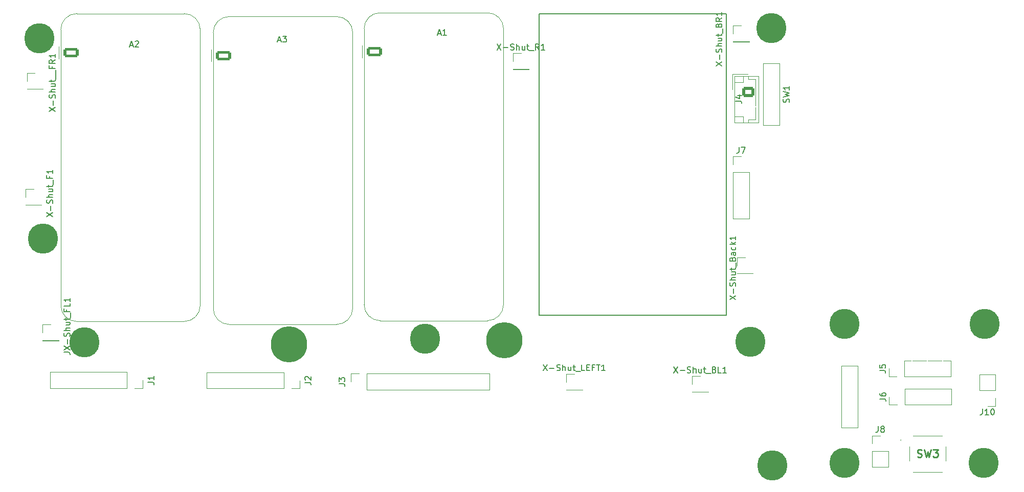
<source format=gtl>
G04 #@! TF.GenerationSoftware,KiCad,Pcbnew,9.0.0*
G04 #@! TF.CreationDate,2025-04-18T00:11:51+02:00*
G04 #@! TF.ProjectId,Omni-X-II-PCB,4f6d6e69-2d58-42d4-9949-2d5043422e6b,rev?*
G04 #@! TF.SameCoordinates,Original*
G04 #@! TF.FileFunction,Copper,L1,Top*
G04 #@! TF.FilePolarity,Positive*
%FSLAX46Y46*%
G04 Gerber Fmt 4.6, Leading zero omitted, Abs format (unit mm)*
G04 Created by KiCad (PCBNEW 9.0.0) date 2025-04-18 00:11:51*
%MOMM*%
%LPD*%
G01*
G04 APERTURE LIST*
G04 Aperture macros list*
%AMRoundRect*
0 Rectangle with rounded corners*
0 $1 Rounding radius*
0 $2 $3 $4 $5 $6 $7 $8 $9 X,Y pos of 4 corners*
0 Add a 4 corners polygon primitive as box body*
4,1,4,$2,$3,$4,$5,$6,$7,$8,$9,$2,$3,0*
0 Add four circle primitives for the rounded corners*
1,1,$1+$1,$2,$3*
1,1,$1+$1,$4,$5*
1,1,$1+$1,$6,$7*
1,1,$1+$1,$8,$9*
0 Add four rect primitives between the rounded corners*
20,1,$1+$1,$2,$3,$4,$5,0*
20,1,$1+$1,$4,$5,$6,$7,0*
20,1,$1+$1,$6,$7,$8,$9,0*
20,1,$1+$1,$8,$9,$2,$3,0*%
G04 Aperture macros list end*
G04 #@! TA.AperFunction,ComponentPad*
%ADD10R,1.700000X1.700000*%
G04 #@! TD*
G04 #@! TA.AperFunction,ComponentPad*
%ADD11O,1.500000X2.500000*%
G04 #@! TD*
G04 #@! TA.AperFunction,ComponentPad*
%ADD12O,1.700000X1.700000*%
G04 #@! TD*
G04 #@! TA.AperFunction,ComponentPad*
%ADD13RoundRect,0.250000X-0.750000X0.600000X-0.750000X-0.600000X0.750000X-0.600000X0.750000X0.600000X0*%
G04 #@! TD*
G04 #@! TA.AperFunction,ComponentPad*
%ADD14O,2.500000X1.500000*%
G04 #@! TD*
G04 #@! TA.AperFunction,ComponentPad*
%ADD15RoundRect,0.250000X-1.050000X-0.550000X1.050000X-0.550000X1.050000X0.550000X-1.050000X0.550000X0*%
G04 #@! TD*
G04 #@! TA.AperFunction,ComponentPad*
%ADD16O,2.600000X1.600000*%
G04 #@! TD*
G04 #@! TA.AperFunction,ComponentPad*
%ADD17C,2.000000*%
G04 #@! TD*
G04 #@! TA.AperFunction,ComponentPad*
%ADD18R,1.500000X1.500000*%
G04 #@! TD*
G04 #@! TA.AperFunction,ComponentPad*
%ADD19C,1.600000*%
G04 #@! TD*
G04 #@! TA.AperFunction,ViaPad*
%ADD20C,5.000000*%
G04 #@! TD*
G04 #@! TA.AperFunction,ViaPad*
%ADD21C,6.000000*%
G04 #@! TD*
%ADD22R,1.700000X1.700000*%
%ADD23O,1.500000X2.500000*%
%ADD24O,1.700000X1.700000*%
%ADD25RoundRect,0.250000X-0.750000X0.600000X-0.750000X-0.600000X0.750000X-0.600000X0.750000X0.600000X0*%
%ADD26O,2.500000X1.500000*%
%ADD27RoundRect,0.250000X-1.050000X-0.550000X1.050000X-0.550000X1.050000X0.550000X-1.050000X0.550000X0*%
%ADD28O,2.600000X1.600000*%
%ADD29C,2.000000*%
%ADD30R,1.500000X1.500000*%
%ADD31C,1.600000*%
%ADD32C,0.200000*%
%ADD33C,0.150000*%
%ADD34C,0.254000*%
%ADD35C,0.120000*%
%ADD36C,0.100000*%
G04 APERTURE END LIST*
D10*
X73680000Y-62140000D03*
X116140000Y-111750000D03*
D11*
X113600000Y-111750000D03*
X111060000Y-111750000D03*
X108520000Y-111750000D03*
D12*
X105980000Y-111750000D03*
X103440000Y-111750000D03*
D13*
X191750000Y-63900000D03*
D14*
X191750000Y-66400000D03*
D10*
X90180000Y-111700000D03*
D11*
X87640000Y-111700000D03*
X85100000Y-111700000D03*
X82560000Y-111700000D03*
D12*
X80020000Y-111700000D03*
X77480000Y-111700000D03*
D10*
X73440000Y-81360000D03*
X127310000Y-111960000D03*
D12*
X129850000Y-111960000D03*
D11*
X132390000Y-111960000D03*
X134930000Y-111960000D03*
X137470000Y-111960000D03*
D12*
X140010000Y-111960000D03*
X142550000Y-111960000D03*
X145090000Y-111960000D03*
X147630000Y-111960000D03*
D10*
X183800000Y-112350000D03*
D15*
X129840000Y-57270000D03*
D16*
X129840000Y-59810000D03*
X129840000Y-62350000D03*
X129840000Y-64890000D03*
X129840000Y-67430000D03*
X129840000Y-69970000D03*
X129840000Y-72510000D03*
X129840000Y-75050000D03*
X129840000Y-77590000D03*
X129840000Y-80130000D03*
X129840000Y-82670000D03*
X129840000Y-85210000D03*
X129840000Y-87750000D03*
X129840000Y-90290000D03*
X129840000Y-92830000D03*
X129840000Y-95370000D03*
X149560000Y-95370000D03*
X149560000Y-92830000D03*
X149560000Y-90290000D03*
X149560000Y-87750000D03*
X149560000Y-85210000D03*
X149560000Y-82670000D03*
X149560000Y-80130000D03*
X149560000Y-77590000D03*
X149560000Y-75050000D03*
X149560000Y-72510000D03*
X149560000Y-69970000D03*
X149560000Y-67430000D03*
D10*
X154130000Y-58850000D03*
X190560000Y-75970000D03*
D14*
X190560000Y-78510000D03*
X190560000Y-81050000D03*
X190560000Y-83590000D03*
D15*
X79640000Y-57410000D03*
D16*
X79640000Y-59950000D03*
X79640000Y-62490000D03*
X79640000Y-65030000D03*
X79640000Y-67570000D03*
X79640000Y-70110000D03*
X79640000Y-72650000D03*
X79640000Y-75190000D03*
X79640000Y-77730000D03*
X79640000Y-80270000D03*
X79640000Y-82810000D03*
X79640000Y-85350000D03*
X79640000Y-87890000D03*
X79640000Y-90430000D03*
X79640000Y-92970000D03*
X79640000Y-95510000D03*
X99360000Y-95510000D03*
X99360000Y-92970000D03*
X99360000Y-90430000D03*
X99360000Y-87890000D03*
X99360000Y-85350000D03*
X99360000Y-82810000D03*
X99360000Y-80270000D03*
X99360000Y-77730000D03*
X99360000Y-75190000D03*
X99360000Y-72650000D03*
X99360000Y-70110000D03*
X99360000Y-67570000D03*
D17*
X218190000Y-121640000D03*
X224690000Y-121640000D03*
X218190000Y-126140000D03*
X224690000Y-126140000D03*
D10*
X191220000Y-92700000D03*
X216395000Y-114450000D03*
D11*
X218935000Y-114450000D03*
X221475000Y-114450000D03*
X224015000Y-114450000D03*
D10*
X231345000Y-114660000D03*
D14*
X231345000Y-112120000D03*
D10*
X76290000Y-103830000D03*
D18*
X195550000Y-64320000D03*
D19*
X195550000Y-61780000D03*
D14*
X195550000Y-66860000D03*
D18*
X208495000Y-114430000D03*
D19*
X208495000Y-116970000D03*
D14*
X208495000Y-111890000D03*
D10*
X190590000Y-54270000D03*
X162960000Y-111990000D03*
D15*
X104870000Y-57900000D03*
D16*
X104870000Y-60440000D03*
X104870000Y-62980000D03*
X104870000Y-65520000D03*
X104870000Y-68060000D03*
X104870000Y-70600000D03*
X104870000Y-73140000D03*
X104870000Y-75680000D03*
X104870000Y-78220000D03*
X104870000Y-80760000D03*
X104870000Y-83300000D03*
X104870000Y-85840000D03*
X104870000Y-88380000D03*
X104870000Y-90920000D03*
X104870000Y-93460000D03*
X104870000Y-96000000D03*
X124590000Y-96000000D03*
X124590000Y-93460000D03*
X124590000Y-90920000D03*
X124590000Y-88380000D03*
X124590000Y-85840000D03*
X124590000Y-83300000D03*
X124590000Y-80760000D03*
X124590000Y-78220000D03*
X124590000Y-75680000D03*
X124590000Y-73140000D03*
X124590000Y-70600000D03*
X124590000Y-68060000D03*
D10*
X216355000Y-109780000D03*
D11*
X218895000Y-109780000D03*
X221435000Y-109780000D03*
X223975000Y-109780000D03*
D10*
X213595000Y-122210000D03*
D14*
X213595000Y-124750000D03*
D20*
X192130000Y-105330000D03*
X207665000Y-125430000D03*
D21*
X115750000Y-105730000D03*
D20*
X195700000Y-125790000D03*
X230845000Y-102390000D03*
X74430000Y-55010000D03*
X74990000Y-88250000D03*
X138230000Y-104820000D03*
X81880000Y-105390000D03*
X207665000Y-102390000D03*
X230715000Y-125430000D03*
X195600000Y-53370000D03*
D21*
X151400000Y-105100000D03*
%LPC*%
D22*
X73680000Y-62140000D03*
X116140000Y-111750000D03*
D23*
X113600000Y-111750000D03*
X111060000Y-111750000D03*
X108520000Y-111750000D03*
D24*
X105980000Y-111750000D03*
X103440000Y-111750000D03*
D25*
X191750000Y-63900000D03*
D26*
X191750000Y-66400000D03*
D22*
X90180000Y-111700000D03*
D23*
X87640000Y-111700000D03*
X85100000Y-111700000D03*
X82560000Y-111700000D03*
D24*
X80020000Y-111700000D03*
X77480000Y-111700000D03*
D22*
X73440000Y-81360000D03*
X127310000Y-111960000D03*
D24*
X129850000Y-111960000D03*
D23*
X132390000Y-111960000D03*
X134930000Y-111960000D03*
X137470000Y-111960000D03*
D24*
X140010000Y-111960000D03*
X142550000Y-111960000D03*
X145090000Y-111960000D03*
X147630000Y-111960000D03*
D22*
X183800000Y-112350000D03*
D27*
X129840000Y-57270000D03*
D28*
X129840000Y-59810000D03*
X129840000Y-62350000D03*
X129840000Y-64890000D03*
X129840000Y-67430000D03*
X129840000Y-69970000D03*
X129840000Y-72510000D03*
X129840000Y-75050000D03*
X129840000Y-77590000D03*
X129840000Y-80130000D03*
X129840000Y-82670000D03*
X129840000Y-85210000D03*
X129840000Y-87750000D03*
X129840000Y-90290000D03*
X129840000Y-92830000D03*
X129840000Y-95370000D03*
X149560000Y-95370000D03*
X149560000Y-92830000D03*
X149560000Y-90290000D03*
X149560000Y-87750000D03*
X149560000Y-85210000D03*
X149560000Y-82670000D03*
X149560000Y-80130000D03*
X149560000Y-77590000D03*
X149560000Y-75050000D03*
X149560000Y-72510000D03*
X149560000Y-69970000D03*
X149560000Y-67430000D03*
D22*
X154130000Y-58850000D03*
X190560000Y-75970000D03*
D26*
X190560000Y-78510000D03*
X190560000Y-81050000D03*
X190560000Y-83590000D03*
D27*
X79640000Y-57410000D03*
D28*
X79640000Y-59950000D03*
X79640000Y-62490000D03*
X79640000Y-65030000D03*
X79640000Y-67570000D03*
X79640000Y-70110000D03*
X79640000Y-72650000D03*
X79640000Y-75190000D03*
X79640000Y-77730000D03*
X79640000Y-80270000D03*
X79640000Y-82810000D03*
X79640000Y-85350000D03*
X79640000Y-87890000D03*
X79640000Y-90430000D03*
X79640000Y-92970000D03*
X79640000Y-95510000D03*
X99360000Y-95510000D03*
X99360000Y-92970000D03*
X99360000Y-90430000D03*
X99360000Y-87890000D03*
X99360000Y-85350000D03*
X99360000Y-82810000D03*
X99360000Y-80270000D03*
X99360000Y-77730000D03*
X99360000Y-75190000D03*
X99360000Y-72650000D03*
X99360000Y-70110000D03*
X99360000Y-67570000D03*
D29*
X218190000Y-121640000D03*
X224690000Y-121640000D03*
X218190000Y-126140000D03*
X224690000Y-126140000D03*
D22*
X191220000Y-92700000D03*
X216395000Y-114450000D03*
D23*
X218935000Y-114450000D03*
X221475000Y-114450000D03*
X224015000Y-114450000D03*
D22*
X231345000Y-114660000D03*
D26*
X231345000Y-112120000D03*
D22*
X76290000Y-103830000D03*
D30*
X195550000Y-64320000D03*
D31*
X195550000Y-61780000D03*
D26*
X195550000Y-66860000D03*
D30*
X208495000Y-114430000D03*
D31*
X208495000Y-116970000D03*
D26*
X208495000Y-111890000D03*
D22*
X190590000Y-54270000D03*
X162960000Y-111990000D03*
D27*
X104870000Y-57900000D03*
D28*
X104870000Y-60440000D03*
X104870000Y-62980000D03*
X104870000Y-65520000D03*
X104870000Y-68060000D03*
X104870000Y-70600000D03*
X104870000Y-73140000D03*
X104870000Y-75680000D03*
X104870000Y-78220000D03*
X104870000Y-80760000D03*
X104870000Y-83300000D03*
X104870000Y-85840000D03*
X104870000Y-88380000D03*
X104870000Y-90920000D03*
X104870000Y-93460000D03*
X104870000Y-96000000D03*
X124590000Y-96000000D03*
X124590000Y-93460000D03*
X124590000Y-90920000D03*
X124590000Y-88380000D03*
X124590000Y-85840000D03*
X124590000Y-83300000D03*
X124590000Y-80760000D03*
X124590000Y-78220000D03*
X124590000Y-75680000D03*
X124590000Y-73140000D03*
X124590000Y-70600000D03*
X124590000Y-68060000D03*
D22*
X216355000Y-109780000D03*
D23*
X218895000Y-109780000D03*
X221435000Y-109780000D03*
X223975000Y-109780000D03*
D22*
X213595000Y-122210000D03*
D26*
X213595000Y-124750000D03*
%LPD*%
D32*
X157150000Y-50970000D02*
X188150000Y-50970000D01*
X188150000Y-100970000D01*
X157150000Y-100970000D01*
X157150000Y-50970000D01*
D33*
X76044819Y-67175714D02*
X77044819Y-66509048D01*
X76044819Y-66509048D02*
X77044819Y-67175714D01*
X76663866Y-66128095D02*
X76663866Y-65366191D01*
X76997200Y-64937619D02*
X77044819Y-64794762D01*
X77044819Y-64794762D02*
X77044819Y-64556667D01*
X77044819Y-64556667D02*
X76997200Y-64461429D01*
X76997200Y-64461429D02*
X76949580Y-64413810D01*
X76949580Y-64413810D02*
X76854342Y-64366191D01*
X76854342Y-64366191D02*
X76759104Y-64366191D01*
X76759104Y-64366191D02*
X76663866Y-64413810D01*
X76663866Y-64413810D02*
X76616247Y-64461429D01*
X76616247Y-64461429D02*
X76568628Y-64556667D01*
X76568628Y-64556667D02*
X76521009Y-64747143D01*
X76521009Y-64747143D02*
X76473390Y-64842381D01*
X76473390Y-64842381D02*
X76425771Y-64890000D01*
X76425771Y-64890000D02*
X76330533Y-64937619D01*
X76330533Y-64937619D02*
X76235295Y-64937619D01*
X76235295Y-64937619D02*
X76140057Y-64890000D01*
X76140057Y-64890000D02*
X76092438Y-64842381D01*
X76092438Y-64842381D02*
X76044819Y-64747143D01*
X76044819Y-64747143D02*
X76044819Y-64509048D01*
X76044819Y-64509048D02*
X76092438Y-64366191D01*
X77044819Y-63937619D02*
X76044819Y-63937619D01*
X77044819Y-63509048D02*
X76521009Y-63509048D01*
X76521009Y-63509048D02*
X76425771Y-63556667D01*
X76425771Y-63556667D02*
X76378152Y-63651905D01*
X76378152Y-63651905D02*
X76378152Y-63794762D01*
X76378152Y-63794762D02*
X76425771Y-63890000D01*
X76425771Y-63890000D02*
X76473390Y-63937619D01*
X76378152Y-62604286D02*
X77044819Y-62604286D01*
X76378152Y-63032857D02*
X76901961Y-63032857D01*
X76901961Y-63032857D02*
X76997200Y-62985238D01*
X76997200Y-62985238D02*
X77044819Y-62890000D01*
X77044819Y-62890000D02*
X77044819Y-62747143D01*
X77044819Y-62747143D02*
X76997200Y-62651905D01*
X76997200Y-62651905D02*
X76949580Y-62604286D01*
X76378152Y-62270952D02*
X76378152Y-61890000D01*
X76044819Y-62128095D02*
X76901961Y-62128095D01*
X76901961Y-62128095D02*
X76997200Y-62080476D01*
X76997200Y-62080476D02*
X77044819Y-61985238D01*
X77044819Y-61985238D02*
X77044819Y-61890000D01*
X77140057Y-61794762D02*
X77140057Y-61032857D01*
X77140057Y-61032857D02*
X77140057Y-60270952D01*
X76521009Y-59699523D02*
X76521009Y-60032856D01*
X77044819Y-60032856D02*
X76044819Y-60032856D01*
X76044819Y-60032856D02*
X76044819Y-59556666D01*
X77044819Y-58604285D02*
X76568628Y-58937618D01*
X77044819Y-59175713D02*
X76044819Y-59175713D01*
X76044819Y-59175713D02*
X76044819Y-58794761D01*
X76044819Y-58794761D02*
X76092438Y-58699523D01*
X76092438Y-58699523D02*
X76140057Y-58651904D01*
X76140057Y-58651904D02*
X76235295Y-58604285D01*
X76235295Y-58604285D02*
X76378152Y-58604285D01*
X76378152Y-58604285D02*
X76473390Y-58651904D01*
X76473390Y-58651904D02*
X76521009Y-58699523D01*
X76521009Y-58699523D02*
X76568628Y-58794761D01*
X76568628Y-58794761D02*
X76568628Y-59175713D01*
X77044819Y-57651904D02*
X77044819Y-58223332D01*
X77044819Y-57937618D02*
X76044819Y-57937618D01*
X76044819Y-57937618D02*
X76187676Y-58032856D01*
X76187676Y-58032856D02*
X76282914Y-58128094D01*
X76282914Y-58128094D02*
X76330533Y-58223332D01*
X118364819Y-112083333D02*
X119079104Y-112083333D01*
X119079104Y-112083333D02*
X119221961Y-112130952D01*
X119221961Y-112130952D02*
X119317200Y-112226190D01*
X119317200Y-112226190D02*
X119364819Y-112369047D01*
X119364819Y-112369047D02*
X119364819Y-112464285D01*
X118460057Y-111654761D02*
X118412438Y-111607142D01*
X118412438Y-111607142D02*
X118364819Y-111511904D01*
X118364819Y-111511904D02*
X118364819Y-111273809D01*
X118364819Y-111273809D02*
X118412438Y-111178571D01*
X118412438Y-111178571D02*
X118460057Y-111130952D01*
X118460057Y-111130952D02*
X118555295Y-111083333D01*
X118555295Y-111083333D02*
X118650533Y-111083333D01*
X118650533Y-111083333D02*
X118793390Y-111130952D01*
X118793390Y-111130952D02*
X119364819Y-111702380D01*
X119364819Y-111702380D02*
X119364819Y-111083333D01*
X189654819Y-65433333D02*
X190369104Y-65433333D01*
X190369104Y-65433333D02*
X190511961Y-65480952D01*
X190511961Y-65480952D02*
X190607200Y-65576190D01*
X190607200Y-65576190D02*
X190654819Y-65719047D01*
X190654819Y-65719047D02*
X190654819Y-65814285D01*
X189988152Y-64528571D02*
X190654819Y-64528571D01*
X189607200Y-64766666D02*
X190321485Y-65004761D01*
X190321485Y-65004761D02*
X190321485Y-64385714D01*
X92404819Y-112033333D02*
X93119104Y-112033333D01*
X93119104Y-112033333D02*
X93261961Y-112080952D01*
X93261961Y-112080952D02*
X93357200Y-112176190D01*
X93357200Y-112176190D02*
X93404819Y-112319047D01*
X93404819Y-112319047D02*
X93404819Y-112414285D01*
X93404819Y-111033333D02*
X93404819Y-111604761D01*
X93404819Y-111319047D02*
X92404819Y-111319047D01*
X92404819Y-111319047D02*
X92547676Y-111414285D01*
X92547676Y-111414285D02*
X92642914Y-111509523D01*
X92642914Y-111509523D02*
X92690533Y-111604761D01*
X75634819Y-84614761D02*
X76634819Y-83948095D01*
X75634819Y-83948095D02*
X76634819Y-84614761D01*
X76253866Y-83567142D02*
X76253866Y-82805238D01*
X76587200Y-82376666D02*
X76634819Y-82233809D01*
X76634819Y-82233809D02*
X76634819Y-81995714D01*
X76634819Y-81995714D02*
X76587200Y-81900476D01*
X76587200Y-81900476D02*
X76539580Y-81852857D01*
X76539580Y-81852857D02*
X76444342Y-81805238D01*
X76444342Y-81805238D02*
X76349104Y-81805238D01*
X76349104Y-81805238D02*
X76253866Y-81852857D01*
X76253866Y-81852857D02*
X76206247Y-81900476D01*
X76206247Y-81900476D02*
X76158628Y-81995714D01*
X76158628Y-81995714D02*
X76111009Y-82186190D01*
X76111009Y-82186190D02*
X76063390Y-82281428D01*
X76063390Y-82281428D02*
X76015771Y-82329047D01*
X76015771Y-82329047D02*
X75920533Y-82376666D01*
X75920533Y-82376666D02*
X75825295Y-82376666D01*
X75825295Y-82376666D02*
X75730057Y-82329047D01*
X75730057Y-82329047D02*
X75682438Y-82281428D01*
X75682438Y-82281428D02*
X75634819Y-82186190D01*
X75634819Y-82186190D02*
X75634819Y-81948095D01*
X75634819Y-81948095D02*
X75682438Y-81805238D01*
X76634819Y-81376666D02*
X75634819Y-81376666D01*
X76634819Y-80948095D02*
X76111009Y-80948095D01*
X76111009Y-80948095D02*
X76015771Y-80995714D01*
X76015771Y-80995714D02*
X75968152Y-81090952D01*
X75968152Y-81090952D02*
X75968152Y-81233809D01*
X75968152Y-81233809D02*
X76015771Y-81329047D01*
X76015771Y-81329047D02*
X76063390Y-81376666D01*
X75968152Y-80043333D02*
X76634819Y-80043333D01*
X75968152Y-80471904D02*
X76491961Y-80471904D01*
X76491961Y-80471904D02*
X76587200Y-80424285D01*
X76587200Y-80424285D02*
X76634819Y-80329047D01*
X76634819Y-80329047D02*
X76634819Y-80186190D01*
X76634819Y-80186190D02*
X76587200Y-80090952D01*
X76587200Y-80090952D02*
X76539580Y-80043333D01*
X75968152Y-79709999D02*
X75968152Y-79329047D01*
X75634819Y-79567142D02*
X76491961Y-79567142D01*
X76491961Y-79567142D02*
X76587200Y-79519523D01*
X76587200Y-79519523D02*
X76634819Y-79424285D01*
X76634819Y-79424285D02*
X76634819Y-79329047D01*
X76730057Y-79233809D02*
X76730057Y-78471904D01*
X76111009Y-77900475D02*
X76111009Y-78233808D01*
X76634819Y-78233808D02*
X75634819Y-78233808D01*
X75634819Y-78233808D02*
X75634819Y-77757618D01*
X76634819Y-76852856D02*
X76634819Y-77424284D01*
X76634819Y-77138570D02*
X75634819Y-77138570D01*
X75634819Y-77138570D02*
X75777676Y-77233808D01*
X75777676Y-77233808D02*
X75872914Y-77329046D01*
X75872914Y-77329046D02*
X75920533Y-77424284D01*
X123994819Y-112293333D02*
X124709104Y-112293333D01*
X124709104Y-112293333D02*
X124851961Y-112340952D01*
X124851961Y-112340952D02*
X124947200Y-112436190D01*
X124947200Y-112436190D02*
X124994819Y-112579047D01*
X124994819Y-112579047D02*
X124994819Y-112674285D01*
X123994819Y-111912380D02*
X123994819Y-111293333D01*
X123994819Y-111293333D02*
X124375771Y-111626666D01*
X124375771Y-111626666D02*
X124375771Y-111483809D01*
X124375771Y-111483809D02*
X124423390Y-111388571D01*
X124423390Y-111388571D02*
X124471009Y-111340952D01*
X124471009Y-111340952D02*
X124566247Y-111293333D01*
X124566247Y-111293333D02*
X124804342Y-111293333D01*
X124804342Y-111293333D02*
X124899580Y-111340952D01*
X124899580Y-111340952D02*
X124947200Y-111388571D01*
X124947200Y-111388571D02*
X124994819Y-111483809D01*
X124994819Y-111483809D02*
X124994819Y-111769523D01*
X124994819Y-111769523D02*
X124947200Y-111864761D01*
X124947200Y-111864761D02*
X124899580Y-111912380D01*
X179419047Y-109474819D02*
X180085713Y-110474819D01*
X180085713Y-109474819D02*
X179419047Y-110474819D01*
X180466666Y-110093866D02*
X181228571Y-110093866D01*
X181657142Y-110427200D02*
X181799999Y-110474819D01*
X181799999Y-110474819D02*
X182038094Y-110474819D01*
X182038094Y-110474819D02*
X182133332Y-110427200D01*
X182133332Y-110427200D02*
X182180951Y-110379580D01*
X182180951Y-110379580D02*
X182228570Y-110284342D01*
X182228570Y-110284342D02*
X182228570Y-110189104D01*
X182228570Y-110189104D02*
X182180951Y-110093866D01*
X182180951Y-110093866D02*
X182133332Y-110046247D01*
X182133332Y-110046247D02*
X182038094Y-109998628D01*
X182038094Y-109998628D02*
X181847618Y-109951009D01*
X181847618Y-109951009D02*
X181752380Y-109903390D01*
X181752380Y-109903390D02*
X181704761Y-109855771D01*
X181704761Y-109855771D02*
X181657142Y-109760533D01*
X181657142Y-109760533D02*
X181657142Y-109665295D01*
X181657142Y-109665295D02*
X181704761Y-109570057D01*
X181704761Y-109570057D02*
X181752380Y-109522438D01*
X181752380Y-109522438D02*
X181847618Y-109474819D01*
X181847618Y-109474819D02*
X182085713Y-109474819D01*
X182085713Y-109474819D02*
X182228570Y-109522438D01*
X182657142Y-110474819D02*
X182657142Y-109474819D01*
X183085713Y-110474819D02*
X183085713Y-109951009D01*
X183085713Y-109951009D02*
X183038094Y-109855771D01*
X183038094Y-109855771D02*
X182942856Y-109808152D01*
X182942856Y-109808152D02*
X182799999Y-109808152D01*
X182799999Y-109808152D02*
X182704761Y-109855771D01*
X182704761Y-109855771D02*
X182657142Y-109903390D01*
X183990475Y-109808152D02*
X183990475Y-110474819D01*
X183561904Y-109808152D02*
X183561904Y-110331961D01*
X183561904Y-110331961D02*
X183609523Y-110427200D01*
X183609523Y-110427200D02*
X183704761Y-110474819D01*
X183704761Y-110474819D02*
X183847618Y-110474819D01*
X183847618Y-110474819D02*
X183942856Y-110427200D01*
X183942856Y-110427200D02*
X183990475Y-110379580D01*
X184323809Y-109808152D02*
X184704761Y-109808152D01*
X184466666Y-109474819D02*
X184466666Y-110331961D01*
X184466666Y-110331961D02*
X184514285Y-110427200D01*
X184514285Y-110427200D02*
X184609523Y-110474819D01*
X184609523Y-110474819D02*
X184704761Y-110474819D01*
X184800000Y-110570057D02*
X185561904Y-110570057D01*
X186133333Y-109951009D02*
X186276190Y-109998628D01*
X186276190Y-109998628D02*
X186323809Y-110046247D01*
X186323809Y-110046247D02*
X186371428Y-110141485D01*
X186371428Y-110141485D02*
X186371428Y-110284342D01*
X186371428Y-110284342D02*
X186323809Y-110379580D01*
X186323809Y-110379580D02*
X186276190Y-110427200D01*
X186276190Y-110427200D02*
X186180952Y-110474819D01*
X186180952Y-110474819D02*
X185800000Y-110474819D01*
X185800000Y-110474819D02*
X185800000Y-109474819D01*
X185800000Y-109474819D02*
X186133333Y-109474819D01*
X186133333Y-109474819D02*
X186228571Y-109522438D01*
X186228571Y-109522438D02*
X186276190Y-109570057D01*
X186276190Y-109570057D02*
X186323809Y-109665295D01*
X186323809Y-109665295D02*
X186323809Y-109760533D01*
X186323809Y-109760533D02*
X186276190Y-109855771D01*
X186276190Y-109855771D02*
X186228571Y-109903390D01*
X186228571Y-109903390D02*
X186133333Y-109951009D01*
X186133333Y-109951009D02*
X185800000Y-109951009D01*
X187276190Y-110474819D02*
X186800000Y-110474819D01*
X186800000Y-110474819D02*
X186800000Y-109474819D01*
X188133333Y-110474819D02*
X187561905Y-110474819D01*
X187847619Y-110474819D02*
X187847619Y-109474819D01*
X187847619Y-109474819D02*
X187752381Y-109617676D01*
X187752381Y-109617676D02*
X187657143Y-109712914D01*
X187657143Y-109712914D02*
X187561905Y-109760533D01*
X140355714Y-54249104D02*
X140831904Y-54249104D01*
X140260476Y-54534819D02*
X140593809Y-53534819D01*
X140593809Y-53534819D02*
X140927142Y-54534819D01*
X141784285Y-54534819D02*
X141212857Y-54534819D01*
X141498571Y-54534819D02*
X141498571Y-53534819D01*
X141498571Y-53534819D02*
X141403333Y-53677676D01*
X141403333Y-53677676D02*
X141308095Y-53772914D01*
X141308095Y-53772914D02*
X141212857Y-53820533D01*
X150153809Y-55974819D02*
X150820475Y-56974819D01*
X150820475Y-55974819D02*
X150153809Y-56974819D01*
X151201428Y-56593866D02*
X151963333Y-56593866D01*
X152391904Y-56927200D02*
X152534761Y-56974819D01*
X152534761Y-56974819D02*
X152772856Y-56974819D01*
X152772856Y-56974819D02*
X152868094Y-56927200D01*
X152868094Y-56927200D02*
X152915713Y-56879580D01*
X152915713Y-56879580D02*
X152963332Y-56784342D01*
X152963332Y-56784342D02*
X152963332Y-56689104D01*
X152963332Y-56689104D02*
X152915713Y-56593866D01*
X152915713Y-56593866D02*
X152868094Y-56546247D01*
X152868094Y-56546247D02*
X152772856Y-56498628D01*
X152772856Y-56498628D02*
X152582380Y-56451009D01*
X152582380Y-56451009D02*
X152487142Y-56403390D01*
X152487142Y-56403390D02*
X152439523Y-56355771D01*
X152439523Y-56355771D02*
X152391904Y-56260533D01*
X152391904Y-56260533D02*
X152391904Y-56165295D01*
X152391904Y-56165295D02*
X152439523Y-56070057D01*
X152439523Y-56070057D02*
X152487142Y-56022438D01*
X152487142Y-56022438D02*
X152582380Y-55974819D01*
X152582380Y-55974819D02*
X152820475Y-55974819D01*
X152820475Y-55974819D02*
X152963332Y-56022438D01*
X153391904Y-56974819D02*
X153391904Y-55974819D01*
X153820475Y-56974819D02*
X153820475Y-56451009D01*
X153820475Y-56451009D02*
X153772856Y-56355771D01*
X153772856Y-56355771D02*
X153677618Y-56308152D01*
X153677618Y-56308152D02*
X153534761Y-56308152D01*
X153534761Y-56308152D02*
X153439523Y-56355771D01*
X153439523Y-56355771D02*
X153391904Y-56403390D01*
X154725237Y-56308152D02*
X154725237Y-56974819D01*
X154296666Y-56308152D02*
X154296666Y-56831961D01*
X154296666Y-56831961D02*
X154344285Y-56927200D01*
X154344285Y-56927200D02*
X154439523Y-56974819D01*
X154439523Y-56974819D02*
X154582380Y-56974819D01*
X154582380Y-56974819D02*
X154677618Y-56927200D01*
X154677618Y-56927200D02*
X154725237Y-56879580D01*
X155058571Y-56308152D02*
X155439523Y-56308152D01*
X155201428Y-55974819D02*
X155201428Y-56831961D01*
X155201428Y-56831961D02*
X155249047Y-56927200D01*
X155249047Y-56927200D02*
X155344285Y-56974819D01*
X155344285Y-56974819D02*
X155439523Y-56974819D01*
X155534762Y-57070057D02*
X156296666Y-57070057D01*
X157106190Y-56974819D02*
X156772857Y-56498628D01*
X156534762Y-56974819D02*
X156534762Y-55974819D01*
X156534762Y-55974819D02*
X156915714Y-55974819D01*
X156915714Y-55974819D02*
X157010952Y-56022438D01*
X157010952Y-56022438D02*
X157058571Y-56070057D01*
X157058571Y-56070057D02*
X157106190Y-56165295D01*
X157106190Y-56165295D02*
X157106190Y-56308152D01*
X157106190Y-56308152D02*
X157058571Y-56403390D01*
X157058571Y-56403390D02*
X157010952Y-56451009D01*
X157010952Y-56451009D02*
X156915714Y-56498628D01*
X156915714Y-56498628D02*
X156534762Y-56498628D01*
X158058571Y-56974819D02*
X157487143Y-56974819D01*
X157772857Y-56974819D02*
X157772857Y-55974819D01*
X157772857Y-55974819D02*
X157677619Y-56117676D01*
X157677619Y-56117676D02*
X157582381Y-56212914D01*
X157582381Y-56212914D02*
X157487143Y-56260533D01*
X190226666Y-73094819D02*
X190226666Y-73809104D01*
X190226666Y-73809104D02*
X190179047Y-73951961D01*
X190179047Y-73951961D02*
X190083809Y-74047200D01*
X190083809Y-74047200D02*
X189940952Y-74094819D01*
X189940952Y-74094819D02*
X189845714Y-74094819D01*
X190607619Y-73094819D02*
X191274285Y-73094819D01*
X191274285Y-73094819D02*
X190845714Y-74094819D01*
X89395714Y-56199104D02*
X89871904Y-56199104D01*
X89300476Y-56484819D02*
X89633809Y-55484819D01*
X89633809Y-55484819D02*
X89967142Y-56484819D01*
X90252857Y-55580057D02*
X90300476Y-55532438D01*
X90300476Y-55532438D02*
X90395714Y-55484819D01*
X90395714Y-55484819D02*
X90633809Y-55484819D01*
X90633809Y-55484819D02*
X90729047Y-55532438D01*
X90729047Y-55532438D02*
X90776666Y-55580057D01*
X90776666Y-55580057D02*
X90824285Y-55675295D01*
X90824285Y-55675295D02*
X90824285Y-55770533D01*
X90824285Y-55770533D02*
X90776666Y-55913390D01*
X90776666Y-55913390D02*
X90205238Y-56484819D01*
X90205238Y-56484819D02*
X90824285Y-56484819D01*
D34*
X219746666Y-124403842D02*
X219928095Y-124464318D01*
X219928095Y-124464318D02*
X220230476Y-124464318D01*
X220230476Y-124464318D02*
X220351428Y-124403842D01*
X220351428Y-124403842D02*
X220411904Y-124343365D01*
X220411904Y-124343365D02*
X220472381Y-124222413D01*
X220472381Y-124222413D02*
X220472381Y-124101461D01*
X220472381Y-124101461D02*
X220411904Y-123980508D01*
X220411904Y-123980508D02*
X220351428Y-123920032D01*
X220351428Y-123920032D02*
X220230476Y-123859556D01*
X220230476Y-123859556D02*
X219988571Y-123799080D01*
X219988571Y-123799080D02*
X219867619Y-123738603D01*
X219867619Y-123738603D02*
X219807142Y-123678127D01*
X219807142Y-123678127D02*
X219746666Y-123557175D01*
X219746666Y-123557175D02*
X219746666Y-123436222D01*
X219746666Y-123436222D02*
X219807142Y-123315270D01*
X219807142Y-123315270D02*
X219867619Y-123254794D01*
X219867619Y-123254794D02*
X219988571Y-123194318D01*
X219988571Y-123194318D02*
X220290952Y-123194318D01*
X220290952Y-123194318D02*
X220472381Y-123254794D01*
X220895714Y-123194318D02*
X221198095Y-124464318D01*
X221198095Y-124464318D02*
X221440000Y-123557175D01*
X221440000Y-123557175D02*
X221681905Y-124464318D01*
X221681905Y-124464318D02*
X221984286Y-123194318D01*
X222347143Y-123194318D02*
X223133334Y-123194318D01*
X223133334Y-123194318D02*
X222710000Y-123678127D01*
X222710000Y-123678127D02*
X222891429Y-123678127D01*
X222891429Y-123678127D02*
X223012381Y-123738603D01*
X223012381Y-123738603D02*
X223072857Y-123799080D01*
X223072857Y-123799080D02*
X223133334Y-123920032D01*
X223133334Y-123920032D02*
X223133334Y-124222413D01*
X223133334Y-124222413D02*
X223072857Y-124343365D01*
X223072857Y-124343365D02*
X223012381Y-124403842D01*
X223012381Y-124403842D02*
X222891429Y-124464318D01*
X222891429Y-124464318D02*
X222528572Y-124464318D01*
X222528572Y-124464318D02*
X222407619Y-124403842D01*
X222407619Y-124403842D02*
X222347143Y-124343365D01*
D33*
X188674819Y-98351904D02*
X189674819Y-97685238D01*
X188674819Y-97685238D02*
X189674819Y-98351904D01*
X189293866Y-97304285D02*
X189293866Y-96542381D01*
X189627200Y-96113809D02*
X189674819Y-95970952D01*
X189674819Y-95970952D02*
X189674819Y-95732857D01*
X189674819Y-95732857D02*
X189627200Y-95637619D01*
X189627200Y-95637619D02*
X189579580Y-95590000D01*
X189579580Y-95590000D02*
X189484342Y-95542381D01*
X189484342Y-95542381D02*
X189389104Y-95542381D01*
X189389104Y-95542381D02*
X189293866Y-95590000D01*
X189293866Y-95590000D02*
X189246247Y-95637619D01*
X189246247Y-95637619D02*
X189198628Y-95732857D01*
X189198628Y-95732857D02*
X189151009Y-95923333D01*
X189151009Y-95923333D02*
X189103390Y-96018571D01*
X189103390Y-96018571D02*
X189055771Y-96066190D01*
X189055771Y-96066190D02*
X188960533Y-96113809D01*
X188960533Y-96113809D02*
X188865295Y-96113809D01*
X188865295Y-96113809D02*
X188770057Y-96066190D01*
X188770057Y-96066190D02*
X188722438Y-96018571D01*
X188722438Y-96018571D02*
X188674819Y-95923333D01*
X188674819Y-95923333D02*
X188674819Y-95685238D01*
X188674819Y-95685238D02*
X188722438Y-95542381D01*
X189674819Y-95113809D02*
X188674819Y-95113809D01*
X189674819Y-94685238D02*
X189151009Y-94685238D01*
X189151009Y-94685238D02*
X189055771Y-94732857D01*
X189055771Y-94732857D02*
X189008152Y-94828095D01*
X189008152Y-94828095D02*
X189008152Y-94970952D01*
X189008152Y-94970952D02*
X189055771Y-95066190D01*
X189055771Y-95066190D02*
X189103390Y-95113809D01*
X189008152Y-93780476D02*
X189674819Y-93780476D01*
X189008152Y-94209047D02*
X189531961Y-94209047D01*
X189531961Y-94209047D02*
X189627200Y-94161428D01*
X189627200Y-94161428D02*
X189674819Y-94066190D01*
X189674819Y-94066190D02*
X189674819Y-93923333D01*
X189674819Y-93923333D02*
X189627200Y-93828095D01*
X189627200Y-93828095D02*
X189579580Y-93780476D01*
X189008152Y-93447142D02*
X189008152Y-93066190D01*
X188674819Y-93304285D02*
X189531961Y-93304285D01*
X189531961Y-93304285D02*
X189627200Y-93256666D01*
X189627200Y-93256666D02*
X189674819Y-93161428D01*
X189674819Y-93161428D02*
X189674819Y-93066190D01*
X189770057Y-92970952D02*
X189770057Y-92209047D01*
X189151009Y-91637618D02*
X189198628Y-91494761D01*
X189198628Y-91494761D02*
X189246247Y-91447142D01*
X189246247Y-91447142D02*
X189341485Y-91399523D01*
X189341485Y-91399523D02*
X189484342Y-91399523D01*
X189484342Y-91399523D02*
X189579580Y-91447142D01*
X189579580Y-91447142D02*
X189627200Y-91494761D01*
X189627200Y-91494761D02*
X189674819Y-91589999D01*
X189674819Y-91589999D02*
X189674819Y-91970951D01*
X189674819Y-91970951D02*
X188674819Y-91970951D01*
X188674819Y-91970951D02*
X188674819Y-91637618D01*
X188674819Y-91637618D02*
X188722438Y-91542380D01*
X188722438Y-91542380D02*
X188770057Y-91494761D01*
X188770057Y-91494761D02*
X188865295Y-91447142D01*
X188865295Y-91447142D02*
X188960533Y-91447142D01*
X188960533Y-91447142D02*
X189055771Y-91494761D01*
X189055771Y-91494761D02*
X189103390Y-91542380D01*
X189103390Y-91542380D02*
X189151009Y-91637618D01*
X189151009Y-91637618D02*
X189151009Y-91970951D01*
X189674819Y-90542380D02*
X189151009Y-90542380D01*
X189151009Y-90542380D02*
X189055771Y-90589999D01*
X189055771Y-90589999D02*
X189008152Y-90685237D01*
X189008152Y-90685237D02*
X189008152Y-90875713D01*
X189008152Y-90875713D02*
X189055771Y-90970951D01*
X189627200Y-90542380D02*
X189674819Y-90637618D01*
X189674819Y-90637618D02*
X189674819Y-90875713D01*
X189674819Y-90875713D02*
X189627200Y-90970951D01*
X189627200Y-90970951D02*
X189531961Y-91018570D01*
X189531961Y-91018570D02*
X189436723Y-91018570D01*
X189436723Y-91018570D02*
X189341485Y-90970951D01*
X189341485Y-90970951D02*
X189293866Y-90875713D01*
X189293866Y-90875713D02*
X189293866Y-90637618D01*
X189293866Y-90637618D02*
X189246247Y-90542380D01*
X189627200Y-89637618D02*
X189674819Y-89732856D01*
X189674819Y-89732856D02*
X189674819Y-89923332D01*
X189674819Y-89923332D02*
X189627200Y-90018570D01*
X189627200Y-90018570D02*
X189579580Y-90066189D01*
X189579580Y-90066189D02*
X189484342Y-90113808D01*
X189484342Y-90113808D02*
X189198628Y-90113808D01*
X189198628Y-90113808D02*
X189103390Y-90066189D01*
X189103390Y-90066189D02*
X189055771Y-90018570D01*
X189055771Y-90018570D02*
X189008152Y-89923332D01*
X189008152Y-89923332D02*
X189008152Y-89732856D01*
X189008152Y-89732856D02*
X189055771Y-89637618D01*
X189674819Y-89209046D02*
X188674819Y-89209046D01*
X189293866Y-89113808D02*
X189674819Y-88828094D01*
X189008152Y-88828094D02*
X189389104Y-89209046D01*
X189674819Y-87875713D02*
X189674819Y-88447141D01*
X189674819Y-88161427D02*
X188674819Y-88161427D01*
X188674819Y-88161427D02*
X188817676Y-88256665D01*
X188817676Y-88256665D02*
X188912914Y-88351903D01*
X188912914Y-88351903D02*
X188960533Y-88447141D01*
X213519819Y-114783333D02*
X214234104Y-114783333D01*
X214234104Y-114783333D02*
X214376961Y-114830952D01*
X214376961Y-114830952D02*
X214472200Y-114926190D01*
X214472200Y-114926190D02*
X214519819Y-115069047D01*
X214519819Y-115069047D02*
X214519819Y-115164285D01*
X213519819Y-113878571D02*
X213519819Y-114069047D01*
X213519819Y-114069047D02*
X213567438Y-114164285D01*
X213567438Y-114164285D02*
X213615057Y-114211904D01*
X213615057Y-114211904D02*
X213757914Y-114307142D01*
X213757914Y-114307142D02*
X213948390Y-114354761D01*
X213948390Y-114354761D02*
X214329342Y-114354761D01*
X214329342Y-114354761D02*
X214424580Y-114307142D01*
X214424580Y-114307142D02*
X214472200Y-114259523D01*
X214472200Y-114259523D02*
X214519819Y-114164285D01*
X214519819Y-114164285D02*
X214519819Y-113973809D01*
X214519819Y-113973809D02*
X214472200Y-113878571D01*
X214472200Y-113878571D02*
X214424580Y-113830952D01*
X214424580Y-113830952D02*
X214329342Y-113783333D01*
X214329342Y-113783333D02*
X214091247Y-113783333D01*
X214091247Y-113783333D02*
X213996009Y-113830952D01*
X213996009Y-113830952D02*
X213948390Y-113878571D01*
X213948390Y-113878571D02*
X213900771Y-113973809D01*
X213900771Y-113973809D02*
X213900771Y-114164285D01*
X213900771Y-114164285D02*
X213948390Y-114259523D01*
X213948390Y-114259523D02*
X213996009Y-114307142D01*
X213996009Y-114307142D02*
X214091247Y-114354761D01*
X230535476Y-116444819D02*
X230535476Y-117159104D01*
X230535476Y-117159104D02*
X230487857Y-117301961D01*
X230487857Y-117301961D02*
X230392619Y-117397200D01*
X230392619Y-117397200D02*
X230249762Y-117444819D01*
X230249762Y-117444819D02*
X230154524Y-117444819D01*
X231535476Y-117444819D02*
X230964048Y-117444819D01*
X231249762Y-117444819D02*
X231249762Y-116444819D01*
X231249762Y-116444819D02*
X231154524Y-116587676D01*
X231154524Y-116587676D02*
X231059286Y-116682914D01*
X231059286Y-116682914D02*
X230964048Y-116730533D01*
X232154524Y-116444819D02*
X232249762Y-116444819D01*
X232249762Y-116444819D02*
X232345000Y-116492438D01*
X232345000Y-116492438D02*
X232392619Y-116540057D01*
X232392619Y-116540057D02*
X232440238Y-116635295D01*
X232440238Y-116635295D02*
X232487857Y-116825771D01*
X232487857Y-116825771D02*
X232487857Y-117063866D01*
X232487857Y-117063866D02*
X232440238Y-117254342D01*
X232440238Y-117254342D02*
X232392619Y-117349580D01*
X232392619Y-117349580D02*
X232345000Y-117397200D01*
X232345000Y-117397200D02*
X232249762Y-117444819D01*
X232249762Y-117444819D02*
X232154524Y-117444819D01*
X232154524Y-117444819D02*
X232059286Y-117397200D01*
X232059286Y-117397200D02*
X232011667Y-117349580D01*
X232011667Y-117349580D02*
X231964048Y-117254342D01*
X231964048Y-117254342D02*
X231916429Y-117063866D01*
X231916429Y-117063866D02*
X231916429Y-116825771D01*
X231916429Y-116825771D02*
X231964048Y-116635295D01*
X231964048Y-116635295D02*
X232011667Y-116540057D01*
X232011667Y-116540057D02*
X232059286Y-116492438D01*
X232059286Y-116492438D02*
X232154524Y-116444819D01*
X78464819Y-107069524D02*
X79179104Y-107069524D01*
X79179104Y-107069524D02*
X79321961Y-107117143D01*
X79321961Y-107117143D02*
X79417200Y-107212381D01*
X79417200Y-107212381D02*
X79464819Y-107355238D01*
X79464819Y-107355238D02*
X79464819Y-107450476D01*
X78464819Y-106688571D02*
X79464819Y-106021905D01*
X78464819Y-106021905D02*
X79464819Y-106688571D01*
X79083866Y-105640952D02*
X79083866Y-104879048D01*
X79417200Y-104450476D02*
X79464819Y-104307619D01*
X79464819Y-104307619D02*
X79464819Y-104069524D01*
X79464819Y-104069524D02*
X79417200Y-103974286D01*
X79417200Y-103974286D02*
X79369580Y-103926667D01*
X79369580Y-103926667D02*
X79274342Y-103879048D01*
X79274342Y-103879048D02*
X79179104Y-103879048D01*
X79179104Y-103879048D02*
X79083866Y-103926667D01*
X79083866Y-103926667D02*
X79036247Y-103974286D01*
X79036247Y-103974286D02*
X78988628Y-104069524D01*
X78988628Y-104069524D02*
X78941009Y-104260000D01*
X78941009Y-104260000D02*
X78893390Y-104355238D01*
X78893390Y-104355238D02*
X78845771Y-104402857D01*
X78845771Y-104402857D02*
X78750533Y-104450476D01*
X78750533Y-104450476D02*
X78655295Y-104450476D01*
X78655295Y-104450476D02*
X78560057Y-104402857D01*
X78560057Y-104402857D02*
X78512438Y-104355238D01*
X78512438Y-104355238D02*
X78464819Y-104260000D01*
X78464819Y-104260000D02*
X78464819Y-104021905D01*
X78464819Y-104021905D02*
X78512438Y-103879048D01*
X79464819Y-103450476D02*
X78464819Y-103450476D01*
X79464819Y-103021905D02*
X78941009Y-103021905D01*
X78941009Y-103021905D02*
X78845771Y-103069524D01*
X78845771Y-103069524D02*
X78798152Y-103164762D01*
X78798152Y-103164762D02*
X78798152Y-103307619D01*
X78798152Y-103307619D02*
X78845771Y-103402857D01*
X78845771Y-103402857D02*
X78893390Y-103450476D01*
X78798152Y-102117143D02*
X79464819Y-102117143D01*
X78798152Y-102545714D02*
X79321961Y-102545714D01*
X79321961Y-102545714D02*
X79417200Y-102498095D01*
X79417200Y-102498095D02*
X79464819Y-102402857D01*
X79464819Y-102402857D02*
X79464819Y-102260000D01*
X79464819Y-102260000D02*
X79417200Y-102164762D01*
X79417200Y-102164762D02*
X79369580Y-102117143D01*
X78798152Y-101783809D02*
X78798152Y-101402857D01*
X78464819Y-101640952D02*
X79321961Y-101640952D01*
X79321961Y-101640952D02*
X79417200Y-101593333D01*
X79417200Y-101593333D02*
X79464819Y-101498095D01*
X79464819Y-101498095D02*
X79464819Y-101402857D01*
X79560057Y-101307619D02*
X79560057Y-100545714D01*
X78941009Y-99974285D02*
X78941009Y-100307618D01*
X79464819Y-100307618D02*
X78464819Y-100307618D01*
X78464819Y-100307618D02*
X78464819Y-99831428D01*
X79464819Y-98974285D02*
X79464819Y-99450475D01*
X79464819Y-99450475D02*
X78464819Y-99450475D01*
X79464819Y-98117142D02*
X79464819Y-98688570D01*
X79464819Y-98402856D02*
X78464819Y-98402856D01*
X78464819Y-98402856D02*
X78607676Y-98498094D01*
X78607676Y-98498094D02*
X78702914Y-98593332D01*
X78702914Y-98593332D02*
X78750533Y-98688570D01*
X198497200Y-65653332D02*
X198544819Y-65510475D01*
X198544819Y-65510475D02*
X198544819Y-65272380D01*
X198544819Y-65272380D02*
X198497200Y-65177142D01*
X198497200Y-65177142D02*
X198449580Y-65129523D01*
X198449580Y-65129523D02*
X198354342Y-65081904D01*
X198354342Y-65081904D02*
X198259104Y-65081904D01*
X198259104Y-65081904D02*
X198163866Y-65129523D01*
X198163866Y-65129523D02*
X198116247Y-65177142D01*
X198116247Y-65177142D02*
X198068628Y-65272380D01*
X198068628Y-65272380D02*
X198021009Y-65462856D01*
X198021009Y-65462856D02*
X197973390Y-65558094D01*
X197973390Y-65558094D02*
X197925771Y-65605713D01*
X197925771Y-65605713D02*
X197830533Y-65653332D01*
X197830533Y-65653332D02*
X197735295Y-65653332D01*
X197735295Y-65653332D02*
X197640057Y-65605713D01*
X197640057Y-65605713D02*
X197592438Y-65558094D01*
X197592438Y-65558094D02*
X197544819Y-65462856D01*
X197544819Y-65462856D02*
X197544819Y-65224761D01*
X197544819Y-65224761D02*
X197592438Y-65081904D01*
X197544819Y-64748570D02*
X198544819Y-64510475D01*
X198544819Y-64510475D02*
X197830533Y-64319999D01*
X197830533Y-64319999D02*
X198544819Y-64129523D01*
X198544819Y-64129523D02*
X197544819Y-63891428D01*
X198544819Y-62986666D02*
X198544819Y-63558094D01*
X198544819Y-63272380D02*
X197544819Y-63272380D01*
X197544819Y-63272380D02*
X197687676Y-63367618D01*
X197687676Y-63367618D02*
X197782914Y-63462856D01*
X197782914Y-63462856D02*
X197830533Y-63558094D01*
X186394819Y-59596190D02*
X187394819Y-58929524D01*
X186394819Y-58929524D02*
X187394819Y-59596190D01*
X187013866Y-58548571D02*
X187013866Y-57786667D01*
X187347200Y-57358095D02*
X187394819Y-57215238D01*
X187394819Y-57215238D02*
X187394819Y-56977143D01*
X187394819Y-56977143D02*
X187347200Y-56881905D01*
X187347200Y-56881905D02*
X187299580Y-56834286D01*
X187299580Y-56834286D02*
X187204342Y-56786667D01*
X187204342Y-56786667D02*
X187109104Y-56786667D01*
X187109104Y-56786667D02*
X187013866Y-56834286D01*
X187013866Y-56834286D02*
X186966247Y-56881905D01*
X186966247Y-56881905D02*
X186918628Y-56977143D01*
X186918628Y-56977143D02*
X186871009Y-57167619D01*
X186871009Y-57167619D02*
X186823390Y-57262857D01*
X186823390Y-57262857D02*
X186775771Y-57310476D01*
X186775771Y-57310476D02*
X186680533Y-57358095D01*
X186680533Y-57358095D02*
X186585295Y-57358095D01*
X186585295Y-57358095D02*
X186490057Y-57310476D01*
X186490057Y-57310476D02*
X186442438Y-57262857D01*
X186442438Y-57262857D02*
X186394819Y-57167619D01*
X186394819Y-57167619D02*
X186394819Y-56929524D01*
X186394819Y-56929524D02*
X186442438Y-56786667D01*
X187394819Y-56358095D02*
X186394819Y-56358095D01*
X187394819Y-55929524D02*
X186871009Y-55929524D01*
X186871009Y-55929524D02*
X186775771Y-55977143D01*
X186775771Y-55977143D02*
X186728152Y-56072381D01*
X186728152Y-56072381D02*
X186728152Y-56215238D01*
X186728152Y-56215238D02*
X186775771Y-56310476D01*
X186775771Y-56310476D02*
X186823390Y-56358095D01*
X186728152Y-55024762D02*
X187394819Y-55024762D01*
X186728152Y-55453333D02*
X187251961Y-55453333D01*
X187251961Y-55453333D02*
X187347200Y-55405714D01*
X187347200Y-55405714D02*
X187394819Y-55310476D01*
X187394819Y-55310476D02*
X187394819Y-55167619D01*
X187394819Y-55167619D02*
X187347200Y-55072381D01*
X187347200Y-55072381D02*
X187299580Y-55024762D01*
X186728152Y-54691428D02*
X186728152Y-54310476D01*
X186394819Y-54548571D02*
X187251961Y-54548571D01*
X187251961Y-54548571D02*
X187347200Y-54500952D01*
X187347200Y-54500952D02*
X187394819Y-54405714D01*
X187394819Y-54405714D02*
X187394819Y-54310476D01*
X187490057Y-54215238D02*
X187490057Y-53453333D01*
X186871009Y-52881904D02*
X186918628Y-52739047D01*
X186918628Y-52739047D02*
X186966247Y-52691428D01*
X186966247Y-52691428D02*
X187061485Y-52643809D01*
X187061485Y-52643809D02*
X187204342Y-52643809D01*
X187204342Y-52643809D02*
X187299580Y-52691428D01*
X187299580Y-52691428D02*
X187347200Y-52739047D01*
X187347200Y-52739047D02*
X187394819Y-52834285D01*
X187394819Y-52834285D02*
X187394819Y-53215237D01*
X187394819Y-53215237D02*
X186394819Y-53215237D01*
X186394819Y-53215237D02*
X186394819Y-52881904D01*
X186394819Y-52881904D02*
X186442438Y-52786666D01*
X186442438Y-52786666D02*
X186490057Y-52739047D01*
X186490057Y-52739047D02*
X186585295Y-52691428D01*
X186585295Y-52691428D02*
X186680533Y-52691428D01*
X186680533Y-52691428D02*
X186775771Y-52739047D01*
X186775771Y-52739047D02*
X186823390Y-52786666D01*
X186823390Y-52786666D02*
X186871009Y-52881904D01*
X186871009Y-52881904D02*
X186871009Y-53215237D01*
X187394819Y-51643809D02*
X186918628Y-51977142D01*
X187394819Y-52215237D02*
X186394819Y-52215237D01*
X186394819Y-52215237D02*
X186394819Y-51834285D01*
X186394819Y-51834285D02*
X186442438Y-51739047D01*
X186442438Y-51739047D02*
X186490057Y-51691428D01*
X186490057Y-51691428D02*
X186585295Y-51643809D01*
X186585295Y-51643809D02*
X186728152Y-51643809D01*
X186728152Y-51643809D02*
X186823390Y-51691428D01*
X186823390Y-51691428D02*
X186871009Y-51739047D01*
X186871009Y-51739047D02*
X186918628Y-51834285D01*
X186918628Y-51834285D02*
X186918628Y-52215237D01*
X187394819Y-50691428D02*
X187394819Y-51262856D01*
X187394819Y-50977142D02*
X186394819Y-50977142D01*
X186394819Y-50977142D02*
X186537676Y-51072380D01*
X186537676Y-51072380D02*
X186632914Y-51167618D01*
X186632914Y-51167618D02*
X186680533Y-51262856D01*
X157817142Y-109114819D02*
X158483808Y-110114819D01*
X158483808Y-109114819D02*
X157817142Y-110114819D01*
X158864761Y-109733866D02*
X159626666Y-109733866D01*
X160055237Y-110067200D02*
X160198094Y-110114819D01*
X160198094Y-110114819D02*
X160436189Y-110114819D01*
X160436189Y-110114819D02*
X160531427Y-110067200D01*
X160531427Y-110067200D02*
X160579046Y-110019580D01*
X160579046Y-110019580D02*
X160626665Y-109924342D01*
X160626665Y-109924342D02*
X160626665Y-109829104D01*
X160626665Y-109829104D02*
X160579046Y-109733866D01*
X160579046Y-109733866D02*
X160531427Y-109686247D01*
X160531427Y-109686247D02*
X160436189Y-109638628D01*
X160436189Y-109638628D02*
X160245713Y-109591009D01*
X160245713Y-109591009D02*
X160150475Y-109543390D01*
X160150475Y-109543390D02*
X160102856Y-109495771D01*
X160102856Y-109495771D02*
X160055237Y-109400533D01*
X160055237Y-109400533D02*
X160055237Y-109305295D01*
X160055237Y-109305295D02*
X160102856Y-109210057D01*
X160102856Y-109210057D02*
X160150475Y-109162438D01*
X160150475Y-109162438D02*
X160245713Y-109114819D01*
X160245713Y-109114819D02*
X160483808Y-109114819D01*
X160483808Y-109114819D02*
X160626665Y-109162438D01*
X161055237Y-110114819D02*
X161055237Y-109114819D01*
X161483808Y-110114819D02*
X161483808Y-109591009D01*
X161483808Y-109591009D02*
X161436189Y-109495771D01*
X161436189Y-109495771D02*
X161340951Y-109448152D01*
X161340951Y-109448152D02*
X161198094Y-109448152D01*
X161198094Y-109448152D02*
X161102856Y-109495771D01*
X161102856Y-109495771D02*
X161055237Y-109543390D01*
X162388570Y-109448152D02*
X162388570Y-110114819D01*
X161959999Y-109448152D02*
X161959999Y-109971961D01*
X161959999Y-109971961D02*
X162007618Y-110067200D01*
X162007618Y-110067200D02*
X162102856Y-110114819D01*
X162102856Y-110114819D02*
X162245713Y-110114819D01*
X162245713Y-110114819D02*
X162340951Y-110067200D01*
X162340951Y-110067200D02*
X162388570Y-110019580D01*
X162721904Y-109448152D02*
X163102856Y-109448152D01*
X162864761Y-109114819D02*
X162864761Y-109971961D01*
X162864761Y-109971961D02*
X162912380Y-110067200D01*
X162912380Y-110067200D02*
X163007618Y-110114819D01*
X163007618Y-110114819D02*
X163102856Y-110114819D01*
X163198095Y-110210057D02*
X163959999Y-110210057D01*
X164674285Y-110114819D02*
X164198095Y-110114819D01*
X164198095Y-110114819D02*
X164198095Y-109114819D01*
X165007619Y-109591009D02*
X165340952Y-109591009D01*
X165483809Y-110114819D02*
X165007619Y-110114819D01*
X165007619Y-110114819D02*
X165007619Y-109114819D01*
X165007619Y-109114819D02*
X165483809Y-109114819D01*
X166245714Y-109591009D02*
X165912381Y-109591009D01*
X165912381Y-110114819D02*
X165912381Y-109114819D01*
X165912381Y-109114819D02*
X166388571Y-109114819D01*
X166626667Y-109114819D02*
X167198095Y-109114819D01*
X166912381Y-110114819D02*
X166912381Y-109114819D01*
X168055238Y-110114819D02*
X167483810Y-110114819D01*
X167769524Y-110114819D02*
X167769524Y-109114819D01*
X167769524Y-109114819D02*
X167674286Y-109257676D01*
X167674286Y-109257676D02*
X167579048Y-109352914D01*
X167579048Y-109352914D02*
X167483810Y-109400533D01*
X113885714Y-55389104D02*
X114361904Y-55389104D01*
X113790476Y-55674819D02*
X114123809Y-54674819D01*
X114123809Y-54674819D02*
X114457142Y-55674819D01*
X114695238Y-54674819D02*
X115314285Y-54674819D01*
X115314285Y-54674819D02*
X114980952Y-55055771D01*
X114980952Y-55055771D02*
X115123809Y-55055771D01*
X115123809Y-55055771D02*
X115219047Y-55103390D01*
X115219047Y-55103390D02*
X115266666Y-55151009D01*
X115266666Y-55151009D02*
X115314285Y-55246247D01*
X115314285Y-55246247D02*
X115314285Y-55484342D01*
X115314285Y-55484342D02*
X115266666Y-55579580D01*
X115266666Y-55579580D02*
X115219047Y-55627200D01*
X115219047Y-55627200D02*
X115123809Y-55674819D01*
X115123809Y-55674819D02*
X114838095Y-55674819D01*
X114838095Y-55674819D02*
X114742857Y-55627200D01*
X114742857Y-55627200D02*
X114695238Y-55579580D01*
X213479819Y-110113333D02*
X214194104Y-110113333D01*
X214194104Y-110113333D02*
X214336961Y-110160952D01*
X214336961Y-110160952D02*
X214432200Y-110256190D01*
X214432200Y-110256190D02*
X214479819Y-110399047D01*
X214479819Y-110399047D02*
X214479819Y-110494285D01*
X213479819Y-109160952D02*
X213479819Y-109637142D01*
X213479819Y-109637142D02*
X213956009Y-109684761D01*
X213956009Y-109684761D02*
X213908390Y-109637142D01*
X213908390Y-109637142D02*
X213860771Y-109541904D01*
X213860771Y-109541904D02*
X213860771Y-109303809D01*
X213860771Y-109303809D02*
X213908390Y-109208571D01*
X213908390Y-109208571D02*
X213956009Y-109160952D01*
X213956009Y-109160952D02*
X214051247Y-109113333D01*
X214051247Y-109113333D02*
X214289342Y-109113333D01*
X214289342Y-109113333D02*
X214384580Y-109160952D01*
X214384580Y-109160952D02*
X214432200Y-109208571D01*
X214432200Y-109208571D02*
X214479819Y-109303809D01*
X214479819Y-109303809D02*
X214479819Y-109541904D01*
X214479819Y-109541904D02*
X214432200Y-109637142D01*
X214432200Y-109637142D02*
X214384580Y-109684761D01*
X213261666Y-119334819D02*
X213261666Y-120049104D01*
X213261666Y-120049104D02*
X213214047Y-120191961D01*
X213214047Y-120191961D02*
X213118809Y-120287200D01*
X213118809Y-120287200D02*
X212975952Y-120334819D01*
X212975952Y-120334819D02*
X212880714Y-120334819D01*
X213880714Y-119763390D02*
X213785476Y-119715771D01*
X213785476Y-119715771D02*
X213737857Y-119668152D01*
X213737857Y-119668152D02*
X213690238Y-119572914D01*
X213690238Y-119572914D02*
X213690238Y-119525295D01*
X213690238Y-119525295D02*
X213737857Y-119430057D01*
X213737857Y-119430057D02*
X213785476Y-119382438D01*
X213785476Y-119382438D02*
X213880714Y-119334819D01*
X213880714Y-119334819D02*
X214071190Y-119334819D01*
X214071190Y-119334819D02*
X214166428Y-119382438D01*
X214166428Y-119382438D02*
X214214047Y-119430057D01*
X214214047Y-119430057D02*
X214261666Y-119525295D01*
X214261666Y-119525295D02*
X214261666Y-119572914D01*
X214261666Y-119572914D02*
X214214047Y-119668152D01*
X214214047Y-119668152D02*
X214166428Y-119715771D01*
X214166428Y-119715771D02*
X214071190Y-119763390D01*
X214071190Y-119763390D02*
X213880714Y-119763390D01*
X213880714Y-119763390D02*
X213785476Y-119811009D01*
X213785476Y-119811009D02*
X213737857Y-119858628D01*
X213737857Y-119858628D02*
X213690238Y-119953866D01*
X213690238Y-119953866D02*
X213690238Y-120144342D01*
X213690238Y-120144342D02*
X213737857Y-120239580D01*
X213737857Y-120239580D02*
X213785476Y-120287200D01*
X213785476Y-120287200D02*
X213880714Y-120334819D01*
X213880714Y-120334819D02*
X214071190Y-120334819D01*
X214071190Y-120334819D02*
X214166428Y-120287200D01*
X214166428Y-120287200D02*
X214214047Y-120239580D01*
X214214047Y-120239580D02*
X214261666Y-120144342D01*
X214261666Y-120144342D02*
X214261666Y-119953866D01*
X214261666Y-119953866D02*
X214214047Y-119858628D01*
X214214047Y-119858628D02*
X214166428Y-119811009D01*
X214166428Y-119811009D02*
X214071190Y-119763390D01*
D35*
X72350000Y-60810000D02*
X73680000Y-60810000D01*
X72350000Y-62140000D02*
X72350000Y-60810000D01*
X72350000Y-63410000D02*
X72350000Y-63470000D01*
X72350000Y-63410000D02*
X75010000Y-63410000D01*
X72350000Y-63470000D02*
X75010000Y-63470000D01*
X75010000Y-63410000D02*
X75010000Y-63470000D01*
X102110000Y-110420000D02*
X102110000Y-113080000D01*
X114870000Y-110420000D02*
X102110000Y-110420000D01*
X114870000Y-110420000D02*
X114870000Y-113080000D01*
X114870000Y-113080000D02*
X102110000Y-113080000D01*
X117470000Y-111750000D02*
X117470000Y-113080000D01*
X117470000Y-113080000D02*
X116140000Y-113080000D01*
X189140000Y-60990000D02*
X189140000Y-63490000D01*
X189440000Y-61290000D02*
X189440000Y-69010000D01*
X189440000Y-69010000D02*
X193460000Y-69010000D01*
X190940000Y-61290000D02*
X190940000Y-62290000D01*
X190940000Y-62290000D02*
X189440000Y-62290000D01*
X190940000Y-68010000D02*
X189440000Y-68010000D01*
X190940000Y-69010000D02*
X190940000Y-68010000D01*
X191640000Y-60990000D02*
X189140000Y-60990000D01*
X191750000Y-61290000D02*
X191750000Y-61790000D01*
X191750000Y-61790000D02*
X192960000Y-61790000D01*
X191750000Y-68510000D02*
X191750000Y-69010000D01*
X192960000Y-61790000D02*
X192960000Y-68510000D01*
X192960000Y-68510000D02*
X191750000Y-68510000D01*
X193460000Y-61290000D02*
X189440000Y-61290000D01*
X193460000Y-69010000D02*
X193460000Y-61290000D01*
X76150000Y-110370000D02*
X76150000Y-113030000D01*
X88910000Y-110370000D02*
X76150000Y-110370000D01*
X88910000Y-110370000D02*
X88910000Y-113030000D01*
X88910000Y-113030000D02*
X76150000Y-113030000D01*
X91510000Y-111700000D02*
X91510000Y-113030000D01*
X91510000Y-113030000D02*
X90180000Y-113030000D01*
X72110000Y-80030000D02*
X73440000Y-80030000D01*
X72110000Y-81360000D02*
X72110000Y-80030000D01*
X72110000Y-82630000D02*
X72110000Y-82690000D01*
X72110000Y-82630000D02*
X74770000Y-82630000D01*
X72110000Y-82690000D02*
X74770000Y-82690000D01*
X74770000Y-82630000D02*
X74770000Y-82690000D01*
X125980000Y-110630000D02*
X127310000Y-110630000D01*
X125980000Y-111960000D02*
X125980000Y-110630000D01*
X128580000Y-110630000D02*
X148960000Y-110630000D01*
X128580000Y-113290000D02*
X128580000Y-110630000D01*
X128580000Y-113290000D02*
X148960000Y-113290000D01*
X148960000Y-113290000D02*
X148960000Y-110630000D01*
X182470000Y-111020000D02*
X183800000Y-111020000D01*
X182470000Y-112350000D02*
X182470000Y-111020000D01*
X182470000Y-113620000D02*
X182470000Y-113680000D01*
X182470000Y-113620000D02*
X185130000Y-113620000D01*
X182470000Y-113680000D02*
X185130000Y-113680000D01*
X185130000Y-113620000D02*
X185130000Y-113680000D01*
X127840000Y-58270000D02*
X127840000Y-56270000D01*
X128160000Y-53460000D02*
X128160000Y-99180000D01*
X148590000Y-50810000D02*
X130810000Y-50810000D01*
X148590000Y-101830000D02*
X130810000Y-101830000D01*
X151240000Y-53460000D02*
X151240000Y-99180000D01*
X128160000Y-53460000D02*
G75*
G02*
X130810000Y-50810000I2650000J0D01*
G01*
X130810000Y-101830000D02*
G75*
G02*
X128160000Y-99180000I0J2650000D01*
G01*
X148590000Y-50810000D02*
G75*
G02*
X151240000Y-53460000I0J-2650000D01*
G01*
X151240000Y-99180000D02*
G75*
G02*
X148590000Y-101830000I-2650000J0D01*
G01*
X152800000Y-57520000D02*
X154130000Y-57520000D01*
X152800000Y-58850000D02*
X152800000Y-57520000D01*
X152800000Y-60120000D02*
X152800000Y-60180000D01*
X152800000Y-60120000D02*
X155460000Y-60120000D01*
X152800000Y-60180000D02*
X155460000Y-60180000D01*
X155460000Y-60120000D02*
X155460000Y-60180000D01*
X189230000Y-74640000D02*
X190560000Y-74640000D01*
X189230000Y-75970000D02*
X189230000Y-74640000D01*
X189230000Y-77240000D02*
X189230000Y-84920000D01*
X189230000Y-77240000D02*
X191890000Y-77240000D01*
X189230000Y-84920000D02*
X191890000Y-84920000D01*
X191890000Y-77240000D02*
X191890000Y-84920000D01*
X77640000Y-58410000D02*
X77640000Y-56410000D01*
X77960000Y-53600000D02*
X77960000Y-99320000D01*
X98390000Y-50950000D02*
X80610000Y-50950000D01*
X98390000Y-101970000D02*
X80610000Y-101970000D01*
X101040000Y-53600000D02*
X101040000Y-99320000D01*
X77960000Y-53600000D02*
G75*
G02*
X80610000Y-50950000I2650000J0D01*
G01*
X80610000Y-101970000D02*
G75*
G02*
X77960000Y-99320000I0J2650000D01*
G01*
X98390000Y-50950000D02*
G75*
G02*
X101040000Y-53600000I0J-2650000D01*
G01*
X101040000Y-99320000D02*
G75*
G02*
X98390000Y-101970000I-2650000J0D01*
G01*
D36*
X216990000Y-121540000D02*
X216990000Y-121540000D01*
X216990000Y-121640000D02*
X216990000Y-121640000D01*
X218440000Y-122690000D02*
X218440000Y-125090000D01*
X219040000Y-120890000D02*
X223840000Y-120890000D01*
X219040000Y-126890000D02*
X223840000Y-126890000D01*
X224440000Y-122690000D02*
X224440000Y-125090000D01*
X216990000Y-121540000D02*
G75*
G02*
X216990000Y-121640000I0J-50000D01*
G01*
X216990000Y-121640000D02*
G75*
G02*
X216990000Y-121540000I0J50000D01*
G01*
D35*
X189890000Y-91370000D02*
X191220000Y-91370000D01*
X189890000Y-92700000D02*
X189890000Y-91370000D01*
X189890000Y-93970000D02*
X189890000Y-94030000D01*
X189890000Y-93970000D02*
X192550000Y-93970000D01*
X189890000Y-94030000D02*
X192550000Y-94030000D01*
X192550000Y-93970000D02*
X192550000Y-94030000D01*
X215065000Y-115780000D02*
X215065000Y-114450000D01*
X216395000Y-115780000D02*
X215065000Y-115780000D01*
X217665000Y-113120000D02*
X225345000Y-113120000D01*
X217665000Y-115780000D02*
X217665000Y-113120000D01*
X217665000Y-115780000D02*
X225345000Y-115780000D01*
X225345000Y-115780000D02*
X225345000Y-113120000D01*
X230015000Y-113390000D02*
X230015000Y-110790000D01*
X232675000Y-110790000D02*
X230015000Y-110790000D01*
X232675000Y-113390000D02*
X230015000Y-113390000D01*
X232675000Y-113390000D02*
X232675000Y-110790000D01*
X232675000Y-114660000D02*
X232675000Y-115990000D01*
X232675000Y-115990000D02*
X231345000Y-115990000D01*
X74960000Y-102500000D02*
X76290000Y-102500000D01*
X74960000Y-103830000D02*
X74960000Y-102500000D01*
X74960000Y-105100000D02*
X74960000Y-105160000D01*
X74960000Y-105100000D02*
X77620000Y-105100000D01*
X74960000Y-105160000D02*
X77620000Y-105160000D01*
X77620000Y-105100000D02*
X77620000Y-105160000D01*
X196910000Y-59210000D02*
X194190000Y-59210000D01*
X194190000Y-69430000D01*
X196910000Y-69430000D01*
X196910000Y-59210000D01*
X207135000Y-119540000D02*
X209855000Y-119540000D01*
X209855000Y-109320000D01*
X207135000Y-109320000D01*
X207135000Y-119540000D01*
X189260000Y-52940000D02*
X190590000Y-52940000D01*
X189260000Y-54270000D02*
X189260000Y-52940000D01*
X189260000Y-55540000D02*
X189260000Y-55600000D01*
X189260000Y-55540000D02*
X191920000Y-55540000D01*
X189260000Y-55600000D02*
X191920000Y-55600000D01*
X191920000Y-55540000D02*
X191920000Y-55600000D01*
X161630000Y-110660000D02*
X162960000Y-110660000D01*
X161630000Y-111990000D02*
X161630000Y-110660000D01*
X161630000Y-113260000D02*
X161630000Y-113320000D01*
X161630000Y-113260000D02*
X164290000Y-113260000D01*
X161630000Y-113320000D02*
X164290000Y-113320000D01*
X164290000Y-113260000D02*
X164290000Y-113320000D01*
X102870000Y-58900000D02*
X102870000Y-56900000D01*
X103190000Y-54090000D02*
X103190000Y-99810000D01*
X123620000Y-51440000D02*
X105840000Y-51440000D01*
X123620000Y-102460000D02*
X105840000Y-102460000D01*
X126270000Y-54090000D02*
X126270000Y-99810000D01*
X103190000Y-54090000D02*
G75*
G02*
X105840000Y-51440000I2650000J0D01*
G01*
X105840000Y-102460000D02*
G75*
G02*
X103190000Y-99810000I0J2650000D01*
G01*
X123620000Y-51440000D02*
G75*
G02*
X126270000Y-54090000I0J-2650000D01*
G01*
X126270000Y-99810000D02*
G75*
G02*
X123620000Y-102460000I-2650000J0D01*
G01*
X215025000Y-111110000D02*
X215025000Y-109780000D01*
X216355000Y-111110000D02*
X215025000Y-111110000D01*
X217625000Y-108450000D02*
X225305000Y-108450000D01*
X217625000Y-111110000D02*
X217625000Y-108450000D01*
X217625000Y-111110000D02*
X225305000Y-111110000D01*
X225305000Y-111110000D02*
X225305000Y-108450000D01*
X212265000Y-120880000D02*
X213595000Y-120880000D01*
X212265000Y-122210000D02*
X212265000Y-120880000D01*
X212265000Y-123480000D02*
X212265000Y-126080000D01*
X212265000Y-123480000D02*
X214925000Y-123480000D01*
X212265000Y-126080000D02*
X214925000Y-126080000D01*
X214925000Y-123480000D02*
X214925000Y-126080000D01*
D29*
X218190000Y-121640000D03*
X224690000Y-121640000D03*
X218190000Y-126140000D03*
X224690000Y-126140000D03*
%LPC*%
D22*
X73680000Y-62140000D03*
X116140000Y-111750000D03*
D23*
X113600000Y-111750000D03*
X111060000Y-111750000D03*
X108520000Y-111750000D03*
D24*
X105980000Y-111750000D03*
X103440000Y-111750000D03*
D25*
X191750000Y-63900000D03*
D26*
X191750000Y-66400000D03*
D22*
X90180000Y-111700000D03*
D23*
X87640000Y-111700000D03*
X85100000Y-111700000D03*
X82560000Y-111700000D03*
D24*
X80020000Y-111700000D03*
X77480000Y-111700000D03*
D22*
X73440000Y-81360000D03*
X127310000Y-111960000D03*
D24*
X129850000Y-111960000D03*
D23*
X132390000Y-111960000D03*
X134930000Y-111960000D03*
X137470000Y-111960000D03*
D24*
X140010000Y-111960000D03*
X142550000Y-111960000D03*
X145090000Y-111960000D03*
X147630000Y-111960000D03*
D22*
X183800000Y-112350000D03*
D27*
X129840000Y-57270000D03*
D28*
X129840000Y-59810000D03*
X129840000Y-62350000D03*
X129840000Y-64890000D03*
X129840000Y-67430000D03*
X129840000Y-69970000D03*
X129840000Y-72510000D03*
X129840000Y-75050000D03*
X129840000Y-77590000D03*
X129840000Y-80130000D03*
X129840000Y-82670000D03*
X129840000Y-85210000D03*
X129840000Y-87750000D03*
X129840000Y-90290000D03*
X129840000Y-92830000D03*
X129840000Y-95370000D03*
X149560000Y-95370000D03*
X149560000Y-92830000D03*
X149560000Y-90290000D03*
X149560000Y-87750000D03*
X149560000Y-85210000D03*
X149560000Y-82670000D03*
X149560000Y-80130000D03*
X149560000Y-77590000D03*
X149560000Y-75050000D03*
X149560000Y-72510000D03*
X149560000Y-69970000D03*
X149560000Y-67430000D03*
D22*
X154130000Y-58850000D03*
X190560000Y-75970000D03*
D26*
X190560000Y-78510000D03*
X190560000Y-81050000D03*
X190560000Y-83590000D03*
D27*
X79640000Y-57410000D03*
D28*
X79640000Y-59950000D03*
X79640000Y-62490000D03*
X79640000Y-65030000D03*
X79640000Y-67570000D03*
X79640000Y-70110000D03*
X79640000Y-72650000D03*
X79640000Y-75190000D03*
X79640000Y-77730000D03*
X79640000Y-80270000D03*
X79640000Y-82810000D03*
X79640000Y-85350000D03*
X79640000Y-87890000D03*
X79640000Y-90430000D03*
X79640000Y-92970000D03*
X79640000Y-95510000D03*
X99360000Y-95510000D03*
X99360000Y-92970000D03*
X99360000Y-90430000D03*
X99360000Y-87890000D03*
X99360000Y-85350000D03*
X99360000Y-82810000D03*
X99360000Y-80270000D03*
X99360000Y-77730000D03*
X99360000Y-75190000D03*
X99360000Y-72650000D03*
X99360000Y-70110000D03*
X99360000Y-67570000D03*
D29*
X218190000Y-121640000D03*
X224690000Y-121640000D03*
X218190000Y-126140000D03*
X224690000Y-126140000D03*
D22*
X191220000Y-92700000D03*
X216395000Y-114450000D03*
D23*
X218935000Y-114450000D03*
X221475000Y-114450000D03*
X224015000Y-114450000D03*
D22*
X231345000Y-114660000D03*
D26*
X231345000Y-112120000D03*
D22*
X76290000Y-103830000D03*
D30*
X195550000Y-64320000D03*
D31*
X195550000Y-61780000D03*
D26*
X195550000Y-66860000D03*
D30*
X208495000Y-114430000D03*
D31*
X208495000Y-116970000D03*
D26*
X208495000Y-111890000D03*
D22*
X190590000Y-54270000D03*
X162960000Y-111990000D03*
D27*
X104870000Y-57900000D03*
D28*
X104870000Y-60440000D03*
X104870000Y-62980000D03*
X104870000Y-65520000D03*
X104870000Y-68060000D03*
X104870000Y-70600000D03*
X104870000Y-73140000D03*
X104870000Y-75680000D03*
X104870000Y-78220000D03*
X104870000Y-80760000D03*
X104870000Y-83300000D03*
X104870000Y-85840000D03*
X104870000Y-88380000D03*
X104870000Y-90920000D03*
X104870000Y-93460000D03*
X104870000Y-96000000D03*
X124590000Y-96000000D03*
X124590000Y-93460000D03*
X124590000Y-90920000D03*
X124590000Y-88380000D03*
X124590000Y-85840000D03*
X124590000Y-83300000D03*
X124590000Y-80760000D03*
X124590000Y-78220000D03*
X124590000Y-75680000D03*
X124590000Y-73140000D03*
X124590000Y-70600000D03*
X124590000Y-68060000D03*
D22*
X216355000Y-109780000D03*
D23*
X218895000Y-109780000D03*
X221435000Y-109780000D03*
X223975000Y-109780000D03*
D22*
X213595000Y-122210000D03*
D26*
X213595000Y-124750000D03*
%LPD*%
M02*

</source>
